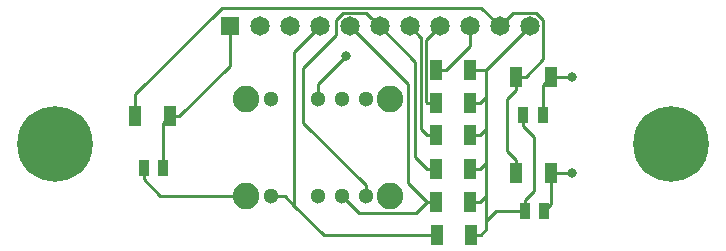
<source format=gbr>
G04 #@! TF.GenerationSoftware,KiCad,Pcbnew,(5.1.10)-1*
G04 #@! TF.CreationDate,2021-10-20T16:58:38-04:00*
G04 #@! TF.ProjectId,buttons,62757474-6f6e-4732-9e6b-696361645f70,rev?*
G04 #@! TF.SameCoordinates,Original*
G04 #@! TF.FileFunction,Copper,L2,Bot*
G04 #@! TF.FilePolarity,Positive*
%FSLAX46Y46*%
G04 Gerber Fmt 4.6, Leading zero omitted, Abs format (unit mm)*
G04 Created by KiCad (PCBNEW (5.1.10)-1) date 2021-10-20 16:58:38*
%MOMM*%
%LPD*%
G01*
G04 APERTURE LIST*
G04 #@! TA.AperFunction,ComponentPad*
%ADD10C,2.250000*%
G04 #@! TD*
G04 #@! TA.AperFunction,ComponentPad*
%ADD11C,1.300000*%
G04 #@! TD*
G04 #@! TA.AperFunction,SMDPad,CuDef*
%ADD12R,1.100000X1.700000*%
G04 #@! TD*
G04 #@! TA.AperFunction,ComponentPad*
%ADD13C,1.650000*%
G04 #@! TD*
G04 #@! TA.AperFunction,ComponentPad*
%ADD14R,1.650000X1.650000*%
G04 #@! TD*
G04 #@! TA.AperFunction,ComponentPad*
%ADD15C,6.400000*%
G04 #@! TD*
G04 #@! TA.AperFunction,SMDPad,CuDef*
%ADD16R,0.910000X1.390000*%
G04 #@! TD*
G04 #@! TA.AperFunction,ViaPad*
%ADD17C,0.800000*%
G04 #@! TD*
G04 #@! TA.AperFunction,Conductor*
%ADD18C,0.250000*%
G04 #@! TD*
G04 APERTURE END LIST*
D10*
X123448000Y-64897000D03*
X111248000Y-64897000D03*
D11*
X121348000Y-64897000D03*
X119348000Y-64897000D03*
X117348000Y-64897000D03*
X113348000Y-64897000D03*
D10*
X123448000Y-73088500D03*
X111248000Y-73088500D03*
D11*
X121348000Y-73088500D03*
X119348000Y-73088500D03*
X117348000Y-73088500D03*
X113348000Y-73088500D03*
D12*
X134122500Y-62992000D03*
X137022500Y-62992000D03*
X134122500Y-71183500D03*
X137022500Y-71183500D03*
X101864500Y-66357500D03*
X104764500Y-66357500D03*
X130228000Y-67945000D03*
X127328000Y-67945000D03*
X130228000Y-65214500D03*
X127328000Y-65214500D03*
X130228000Y-62420500D03*
X127328000Y-62420500D03*
X130228000Y-70802500D03*
X127328000Y-70802500D03*
X130228000Y-73596500D03*
X127328000Y-73596500D03*
X130291500Y-76390500D03*
X127391500Y-76390500D03*
D13*
X135255000Y-58737500D03*
X132715000Y-58737500D03*
X130175000Y-58737500D03*
X127635000Y-58737500D03*
X125095000Y-58737500D03*
X122555000Y-58737500D03*
X120015000Y-58737500D03*
X117475000Y-58737500D03*
X114935000Y-58737500D03*
X112395000Y-58737500D03*
D14*
X109855000Y-58737500D03*
D15*
X95059500Y-68707000D03*
X147193000Y-68707000D03*
D16*
X136334500Y-66230500D03*
X134694500Y-66230500D03*
X136456000Y-74358500D03*
X134816000Y-74358500D03*
X104198000Y-70739000D03*
X102558000Y-70739000D03*
D17*
X138811000Y-71183500D03*
X138811000Y-62992000D03*
X119697500Y-61277500D03*
D18*
X130175000Y-59904226D02*
X130175000Y-58737500D01*
X130175000Y-60373500D02*
X130175000Y-59904226D01*
X128128000Y-62420500D02*
X130175000Y-60373500D01*
X127328000Y-62420500D02*
X128128000Y-62420500D01*
X126810001Y-59562499D02*
X127635000Y-58737500D01*
X126452999Y-65139499D02*
X126452999Y-59919501D01*
X126452999Y-59919501D02*
X126810001Y-59562499D01*
X126528000Y-65214500D02*
X126452999Y-65139499D01*
X127328000Y-65214500D02*
X126528000Y-65214500D01*
X127328000Y-67945000D02*
X126528000Y-67945000D01*
X126002989Y-67419989D02*
X126002989Y-59607511D01*
X126528000Y-67945000D02*
X126002989Y-67419989D01*
X125965011Y-59607511D02*
X125095000Y-58737500D01*
X126002989Y-59607511D02*
X125965011Y-59607511D01*
X126528000Y-70802500D02*
X125552979Y-69827479D01*
X127328000Y-70802500D02*
X126528000Y-70802500D01*
X125552979Y-61735479D02*
X122555000Y-58737500D01*
X125552979Y-69827479D02*
X125552979Y-61735479D01*
X121348000Y-72169262D02*
X116078000Y-66899262D01*
X121348000Y-73088500D02*
X121348000Y-72169262D01*
X116078000Y-66899262D02*
X116078000Y-62230000D01*
X121730001Y-57912501D02*
X122555000Y-58737500D01*
X121404999Y-57587499D02*
X121730001Y-57912501D01*
X119462999Y-57587499D02*
X121404999Y-57587499D01*
X118864999Y-58185499D02*
X119462999Y-57587499D01*
X118864999Y-59443001D02*
X118864999Y-58185499D01*
X116078000Y-62230000D02*
X118864999Y-59443001D01*
X120839999Y-59562499D02*
X120015000Y-58737500D01*
X124898001Y-63620501D02*
X120839999Y-59562499D01*
X124898001Y-71966501D02*
X124898001Y-63620501D01*
X126528000Y-73596500D02*
X124898001Y-71966501D01*
X126528000Y-73596500D02*
X127328000Y-73596500D01*
X120798001Y-74538501D02*
X125585999Y-74538501D01*
X125585999Y-74538501D02*
X126528000Y-73596500D01*
X119348000Y-73088500D02*
X120798001Y-74538501D01*
X127391500Y-76390500D02*
X117792500Y-76390500D01*
X117792500Y-76390500D02*
X115316000Y-73914000D01*
X115316000Y-60896500D02*
X117475000Y-58737500D01*
X115316000Y-73914000D02*
X115316000Y-60896500D01*
X114490500Y-73088500D02*
X113348000Y-73088500D01*
X115316000Y-73914000D02*
X114490500Y-73088500D01*
X104198000Y-66924000D02*
X104764500Y-66357500D01*
X104198000Y-70739000D02*
X104198000Y-66924000D01*
X109855000Y-59812500D02*
X109855000Y-58737500D01*
X109855000Y-62067000D02*
X109855000Y-59812500D01*
X105564500Y-66357500D02*
X109855000Y-62067000D01*
X104764500Y-66357500D02*
X105564500Y-66357500D01*
X135255000Y-58737500D02*
X135255000Y-58864500D01*
X131572000Y-62420500D02*
X130228000Y-62420500D01*
X135255000Y-58737500D02*
X131572000Y-62420500D01*
X131572000Y-72771000D02*
X131572000Y-72925500D01*
X131572000Y-70104000D02*
X131572000Y-70131500D01*
X131572000Y-70104000D02*
X131572000Y-72771000D01*
X131572000Y-67401000D02*
X131028000Y-67945000D01*
X131572000Y-67310000D02*
X131572000Y-67401000D01*
X131028000Y-67945000D02*
X130228000Y-67945000D01*
X131572000Y-67310000D02*
X131572000Y-70104000D01*
X131028000Y-65214500D02*
X130228000Y-65214500D01*
X131572000Y-64670500D02*
X131028000Y-65214500D01*
X131572000Y-64389000D02*
X131572000Y-64670500D01*
X131572000Y-64389000D02*
X131572000Y-67310000D01*
X131572000Y-62420500D02*
X131572000Y-64389000D01*
X132397500Y-74358500D02*
X134816000Y-74358500D01*
X131572000Y-75184000D02*
X132397500Y-74358500D01*
X134816000Y-73413500D02*
X135572500Y-72657000D01*
X134816000Y-74358500D02*
X134816000Y-73413500D01*
X134694500Y-67175500D02*
X134694500Y-66230500D01*
X135572500Y-68053500D02*
X134694500Y-67175500D01*
X135572500Y-72657000D02*
X135572500Y-68053500D01*
X131028000Y-70802500D02*
X130228000Y-70802500D01*
X131572000Y-70258500D02*
X131028000Y-70802500D01*
X131572000Y-70104000D02*
X131572000Y-70258500D01*
X131028000Y-73596500D02*
X130228000Y-73596500D01*
X131572000Y-72961500D02*
X131572000Y-75184000D01*
X131572000Y-73052500D02*
X131028000Y-73596500D01*
X131572000Y-72961500D02*
X131572000Y-73052500D01*
X131572000Y-72771000D02*
X131572000Y-72961500D01*
X131091500Y-76390500D02*
X130291500Y-76390500D01*
X131572000Y-75910000D02*
X131091500Y-76390500D01*
X131572000Y-75184000D02*
X131572000Y-75910000D01*
X109657010Y-73088500D02*
X111248000Y-73088500D01*
X103962500Y-73088500D02*
X109657010Y-73088500D01*
X102558000Y-71684000D02*
X103962500Y-73088500D01*
X102558000Y-70739000D02*
X102558000Y-71684000D01*
X137022500Y-71183500D02*
X138811000Y-71183500D01*
X137022500Y-73792000D02*
X136456000Y-74358500D01*
X137022500Y-71183500D02*
X137022500Y-73792000D01*
X137022500Y-62992000D02*
X138811000Y-62992000D01*
X136334500Y-63680000D02*
X137022500Y-62992000D01*
X136334500Y-66230500D02*
X136334500Y-63680000D01*
X134922500Y-62992000D02*
X134122500Y-62992000D01*
X136405001Y-58185499D02*
X136405001Y-61509499D01*
X133865001Y-57587499D02*
X135807001Y-57587499D01*
X136405001Y-61509499D02*
X134922500Y-62992000D01*
X135807001Y-57587499D02*
X136405001Y-58185499D01*
X132715000Y-58737500D02*
X133865001Y-57587499D01*
X134122500Y-70083500D02*
X134122500Y-71183500D01*
X133322500Y-69283500D02*
X134122500Y-70083500D01*
X133322500Y-64892000D02*
X133322500Y-69283500D01*
X134122500Y-64092000D02*
X133322500Y-64892000D01*
X134122500Y-62992000D02*
X134122500Y-64092000D01*
X117348000Y-64897000D02*
X117348000Y-63627000D01*
X117348000Y-63627000D02*
X119697500Y-61277500D01*
X101864500Y-65257500D02*
X101864500Y-66357500D01*
X109220009Y-57137489D02*
X101864500Y-64492998D01*
X101864500Y-64492998D02*
X101864500Y-65257500D01*
X131114989Y-57137489D02*
X109220009Y-57137489D01*
X132715000Y-58737500D02*
X131114989Y-57137489D01*
M02*

</source>
